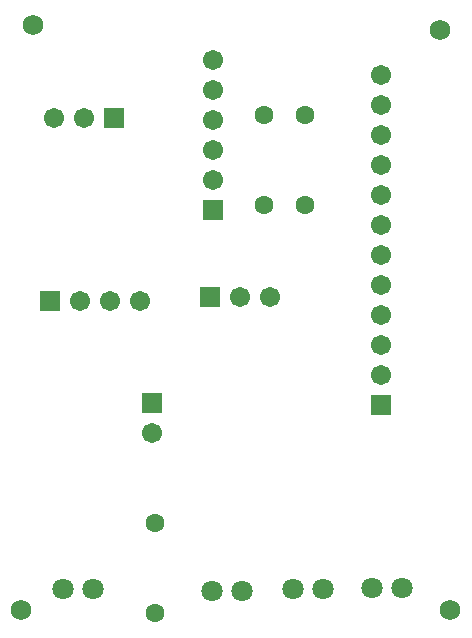
<source format=gbs>
G04 Layer_Color=16711935*
%FSLAX25Y25*%
%MOIN*%
G70*
G01*
G75*
%ADD20C,0.06800*%
%ADD21R,0.06706X0.06706*%
%ADD22C,0.06706*%
%ADD23R,0.06706X0.06706*%
%ADD24C,0.06312*%
%ADD25C,0.07099*%
D20*
X150500Y8000D02*
D03*
X7500D02*
D03*
X147000Y201500D02*
D03*
X11500Y203000D02*
D03*
D21*
X70500Y112500D02*
D03*
X38500Y172000D02*
D03*
X17000Y111000D02*
D03*
D22*
X80500Y112500D02*
D03*
X90500D02*
D03*
X28500Y172000D02*
D03*
X18500D02*
D03*
X47000Y111000D02*
D03*
X37000D02*
D03*
X27000D02*
D03*
X51000Y67000D02*
D03*
X71500Y151500D02*
D03*
Y161500D02*
D03*
Y171500D02*
D03*
Y181500D02*
D03*
Y191500D02*
D03*
X127500Y186500D02*
D03*
Y176500D02*
D03*
Y166500D02*
D03*
Y156500D02*
D03*
Y146500D02*
D03*
Y136500D02*
D03*
Y126500D02*
D03*
Y116500D02*
D03*
Y106500D02*
D03*
Y96500D02*
D03*
Y86500D02*
D03*
D23*
X51000Y77000D02*
D03*
X71500Y141500D02*
D03*
X127500Y76500D02*
D03*
D24*
X52000Y37000D02*
D03*
Y7000D02*
D03*
X88500Y173000D02*
D03*
Y143000D02*
D03*
X102000D02*
D03*
Y173000D02*
D03*
D25*
X124500Y15500D02*
D03*
X134500D02*
D03*
X98000Y15000D02*
D03*
X108000D02*
D03*
X71000Y14500D02*
D03*
X81000D02*
D03*
X21500Y15000D02*
D03*
X31500D02*
D03*
M02*

</source>
